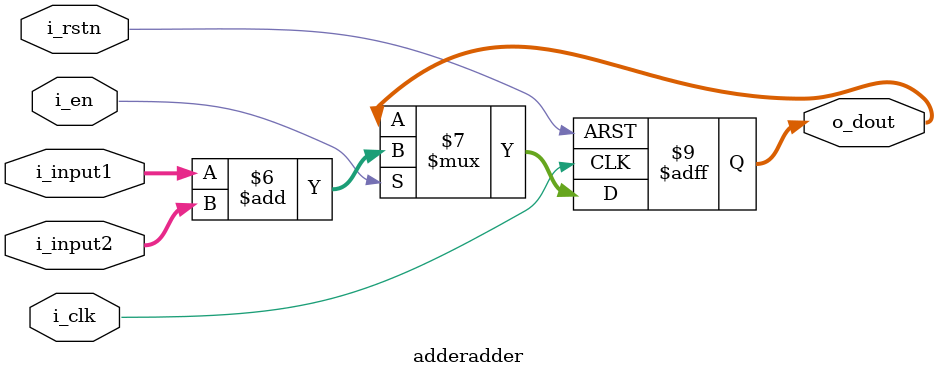
<source format=v>
module final_adder#(                  //250528 parkjunha. addertree for layer 1.
    parameter   INPUTNUMBER = 98,   //number of input data
    parameter   I_BITSIZE = 48,     //bit size of input data
    parameter   O_BITSIZE = 16      //bit size of output data
)(
    input   wire                                  i_clk,
    input   wire                                  i_rstn,
    input   wire                                  i_en,
    input   wire    [INPUTNUMBER*I_BITSIZE-1:0]   i_datas, 
    input   wire                                  i_l2_ready, //ready signal from layer2
    output  wire                                  for_relu,
    output  reg     [O_BITSIZE-1:0]              o_data,
 //   output  reg                                   o_ready, //on when addertree's 7 phase done
    output  reg                                   o_valid // addertree outputs all done(total 64)
        );
(* ram_style = "distributed" *)     reg     [I_BITSIZE-1:0]     r_datas     [0:INPUTNUMBER-1];
            reg                         r_en;
            reg                         r_en_delay; //0613
            reg     [2:0]               r_ready; // up + 1 when addertree's each phase calculation done
            reg     [7-1:0]             r_ready_cnt; //count numbers of addertree outputs
            reg                         r_adder_rstn; //adder reset signal
            reg                         r_last_adder_rstn;
            //reg     [O_BITSIZE-1:0]     r_o_data;
            wire                        w_adder_rstn; //adder reset signal
            wire                        w_last_adder_rstn;

            wire     [I_BITSIZE-1:0]     w_final;
            wire     [I_BITSIZE-1:0]     w_sixth     [0:1];
            wire     [I_BITSIZE-1:0]     w_fifth     [0:2];
            wire     [I_BITSIZE-1:0]     w_forth     [0:5];
            wire     [I_BITSIZE-1:0]     w_third     [0:11];
            wire     [I_BITSIZE-1:0]     w_second    [0:23];
            wire     [I_BITSIZE-1:0]     w_first     [0:48];

            wire                        w_en;
            wire                        w_en_delay; //0613

    genvar i; //number of adder i made
    generate for(i=0;i<97;i=i+1)begin:adders //instanciation
            if(i==96)begin
                adderadder     adder8(
                    .i_clk      (i_clk),
                    .i_rstn     (w_last_adder_rstn),
                    .i_en       (w_en),
                    .i_input1   (w_sixth[2*(i-96)]),
                    .i_input2   (w_sixth[2*(i-96)+1]),
                    .o_dout     (w_final)                   
                );
            end
            else if(i==95)begin
                adderadder     adder7(
                    .i_clk      (i_clk),
                    .i_rstn     (w_adder_rstn),
                    .i_en       (w_en),
                    .i_input1   (w_fifth[2*(i-94)]),
                    .i_input2   (w_first[48]), // ÀÌ ºÎºÐ¿¡ ¼ø¼­°¡ ¸Â´ÂÁö È®ÀÎÀÌ ¶Ç ÇÊ¿äÇÔ 
                    .o_dout     (w_sixth[i-94])                   
                );

            end
            else if(i==94)begin
                adderadder     adder6(
                    .i_clk      (i_clk),
                    .i_rstn     (w_adder_rstn),
                    .i_en       (w_en),
                    .i_input1   (w_fifth[2*(i-94)]),
                    .i_input2   (w_fifth[2*(i-94)+1]),
                    .o_dout     (w_sixth[i-94])                   
                );
            end
            else if(i>=91)begin
                adderadder     adder5(
                    .i_clk      (i_clk),
                    .i_rstn     (w_adder_rstn),
                    .i_en       (w_en),
                    .i_input1   (w_forth[2*(i-91)]),
                    .i_input2   (w_forth[2*(i-91)+1]),
                    .o_dout     (w_fifth[i-91])                   
                );
            end
            else if(i>=85)begin
                adderadder     adder4(
                    .i_clk      (i_clk),
                    .i_rstn     (w_adder_rstn),
                    .i_en       (w_en),
                    .i_input1   (w_third[2*(i-85)]),
                    .i_input2   (w_third[2*(i-85)+1]),
                    .o_dout     (w_forth[i-85])                   
                );
            end 
            else if(i>=73)begin
                adderadder     adder3(
                    .i_clk      (i_clk),
                    .i_rstn     (w_adder_rstn),
                    .i_en       (w_en),
                    .i_input1   (w_second[2*(i-73)]),
                    .i_input2   (w_second[2*(i-73)+1]),
                    .o_dout     (w_third[i-73])                   
                );
            end
            else if(i>=49)begin
                adderadder     adder2(
                    .i_clk      (i_clk),
                    .i_rstn     (w_adder_rstn),
                    .i_en       (w_en),
                    .i_input1   (w_first[2*(i-49)]),
                    .i_input2   (w_first[2*(i-49)+1]),
                    .o_dout     (w_second[i-49])                   
                );
            end
            else begin
                adderadder     adder1(
                    .i_clk      (i_clk),
                    .i_rstn     (w_adder_rstn),
                    .i_en       (w_en),
                    .i_input1   (r_datas[2*i]),
                    .i_input2   (r_datas[2*i+1]),
                    .o_dout     (w_first[i])                   
                );
            end



        end
    endgenerate

    assign w_en = r_en;
    //assign w_en_delay = r_en_delay; //0613
    assign w_last_adder_rstn = r_last_adder_rstn;
    

    integer j;
reg valid_rr;
    always @(posedge i_clk or negedge i_rstn) begin
        if (!i_rstn) begin
        o_data <= 0;
        valid_rr <= 0;
            for (j = 0; j < INPUTNUMBER; j = j + 1) begin
                r_datas[j] <= 0;
            end
            r_en  <= 1'b0;
            //r_en_delay <= 1'b0;
        end 
        else if (i_en) begin
            for (j = 0; j < INPUTNUMBER; j = j + 1) begin
                r_datas[j] <= i_datas[j*I_BITSIZE +: I_BITSIZE];
            end
            r_en <= 1'b1;
            valid_rr <= 0;
            //r_en_delay <= r_en; //0613
        end
        else if(r_ready == 3'b111)begin
            o_data <= w_final[23:8]; //Q(8.8)
            r_en <= 1'b0;
            valid_rr <=1;
            //r_en_delay <= r_en; //0613
        end
    end
    

    always@(posedge i_clk or negedge i_rstn)begin
        if (!i_rstn) begin   
            r_ready <= 0; 
        end 
        else if (r_en) begin
            r_ready <= r_ready + 1'b1;
//            o_ready <= &r_ready;
        end
        else begin
            r_ready <= 1'b0;
 //           o_ready <= &r_ready;
        end
    end

    always@(posedge i_clk or negedge i_rstn)begin
        if(!i_rstn)begin
            r_ready_cnt <= 7'd0;
            o_valid <= 1'b0;
        end
        else if(r_ready_cnt == 7'd64)begin
            o_valid <= 1'b1;
            r_ready_cnt <= 7'd0;
        end
        else if(r_ready == 3'd7)begin
            r_ready_cnt <= r_ready_cnt + 7'd1;
        end
        else if(i_l2_ready) begin
            o_valid <= 1'b0;
        end
    end

    always@(posedge i_clk or negedge i_rstn)begin
        if(!i_rstn)begin
            r_adder_rstn <= 1'b0;
        end
        else if(r_ready == 3'd7)begin
            r_adder_rstn <= 1'b0;
        end
        else begin
            r_adder_rstn <= 1'b1;
        end
    end

    always@(posedge i_clk or negedge i_rstn)begin
    if (!i_rstn) begin
     r_last_adder_rstn <= 0;
    end
    else begin
        r_last_adder_rstn <= r_adder_rstn;
    end
   end
    assign w_adder_rstn = r_adder_rstn;

    assign for_relu = valid_rr;


endmodule



module adderadder#( //250527 parkjunha. fundamental adder module desgin for addertree.
    parameter BITSIZE = 48
    )(
        input   wire          i_clk,
        input   wire          i_rstn,
        input   wire          i_en,
        input   wire  [BITSIZE-1:0]  i_input1,
        input   wire  [BITSIZE-1:0]  i_input2,
       
        output   reg  [BITSIZE-1:0]  o_dout
        
    );  
    always@(posedge i_clk or negedge i_rstn)begin
        if(i_rstn == 1'b0)begin
            o_dout <= 0;
        end
        else if(i_en == 1'b1)begin
            o_dout <= i_input1 + i_input2;
        end   
    end
endmodule
</source>
